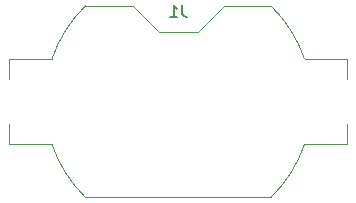
<source format=gbr>
G04 #@! TF.GenerationSoftware,KiCad,Pcbnew,5.0.2-bee76a0~70~ubuntu18.04.1*
G04 #@! TF.CreationDate,2018-12-11T14:37:26+01:00*
G04 #@! TF.ProjectId,Thermometer,54686572-6d6f-46d6-9574-65722e6b6963,rev?*
G04 #@! TF.SameCoordinates,Original*
G04 #@! TF.FileFunction,Legend,Bot*
G04 #@! TF.FilePolarity,Positive*
%FSLAX46Y46*%
G04 Gerber Fmt 4.6, Leading zero omitted, Abs format (unit mm)*
G04 Created by KiCad (PCBNEW 5.0.2-bee76a0~70~ubuntu18.04.1) date mar. 11 déc. 2018 14:37:26 CET*
%MOMM*%
%LPD*%
G01*
G04 APERTURE LIST*
%ADD10C,0.120000*%
%ADD11C,0.150000*%
G04 APERTURE END LIST*
D10*
G04 #@! TO.C,J1*
X121238630Y-94758211D02*
G75*
G03X118392000Y-99260000I7845370J-8111789D01*
G01*
X136929370Y-110981789D02*
G75*
G03X139776000Y-106480000I-7845370J8111789D01*
G01*
X136929370Y-94758211D02*
G75*
G02X139776000Y-99260000I-7845370J-8111789D01*
G01*
X121238630Y-110981789D02*
G75*
G02X118392000Y-106480000I7845370J8111789D01*
G01*
X114774000Y-100970000D02*
X114774000Y-99260000D01*
X118392000Y-99260000D02*
X114774000Y-99260000D01*
X125224000Y-94760000D02*
X121236700Y-94760000D01*
X127424000Y-96960000D02*
X125224000Y-94760000D01*
X130744000Y-96960000D02*
X127424000Y-96960000D01*
X130744000Y-96960000D02*
X132944000Y-94760000D01*
X136931300Y-94760000D02*
X132944000Y-94760000D01*
X143394000Y-100970000D02*
X143394000Y-99260000D01*
X143394000Y-99260000D02*
X139776000Y-99260000D01*
X139776000Y-106480000D02*
X143394000Y-106480000D01*
X143394000Y-104770000D02*
X143394000Y-106480000D01*
X121236700Y-110980000D02*
X136931300Y-110980000D01*
X114774000Y-104770000D02*
X114774000Y-106480000D01*
X114774000Y-106480000D02*
X118392000Y-106480000D01*
D11*
X129417333Y-94702380D02*
X129417333Y-95416666D01*
X129464952Y-95559523D01*
X129560190Y-95654761D01*
X129703047Y-95702380D01*
X129798285Y-95702380D01*
X128417333Y-95702380D02*
X128988761Y-95702380D01*
X128703047Y-95702380D02*
X128703047Y-94702380D01*
X128798285Y-94845238D01*
X128893523Y-94940476D01*
X128988761Y-94988095D01*
G04 #@! TD*
M02*

</source>
